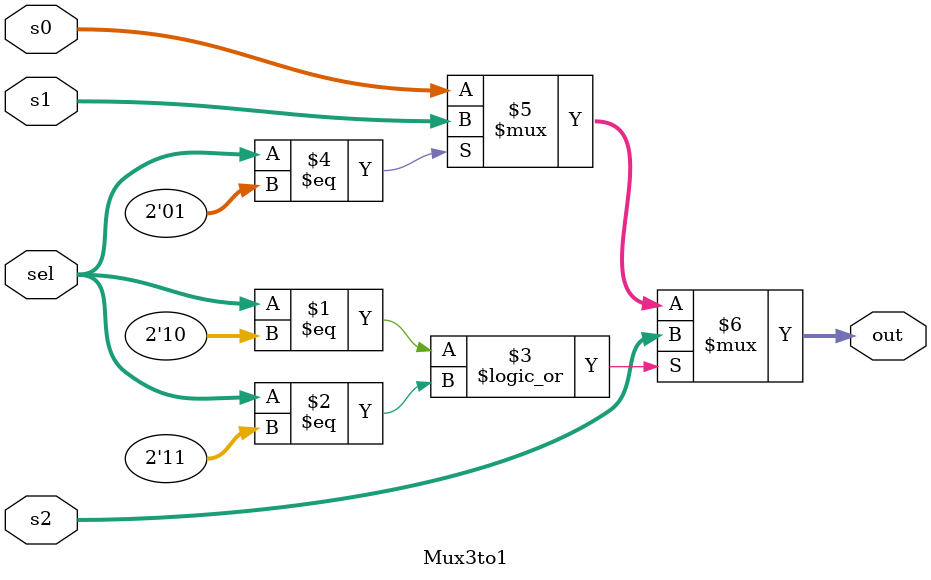
<source format=v>
module Mux3to1 #(
    parameter size = 32
) 
(
    input [1:0] sel,
    input signed [size-1:0] s0,
    input signed [size-1:0] s1,
    input signed [size-1:0] s2,
    output signed [size-1:0] out
);

    assign out = (sel == 2'b10 || sel == 2'b11) ? s2 : (sel == 2'b01) ? s1 : s0;
    
endmodule


</source>
